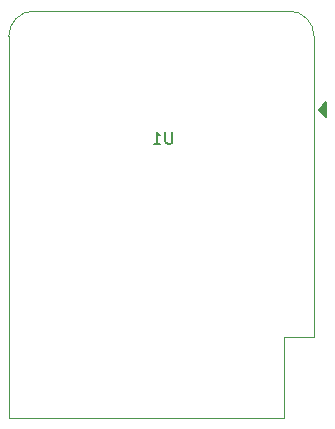
<source format=gbr>
%TF.GenerationSoftware,KiCad,Pcbnew,(6.0.5)*%
%TF.CreationDate,2022-06-30T14:49:24+05:30*%
%TF.ProjectId,D1 mini 4 button remote,4431206d-696e-4692-9034-20627574746f,rev?*%
%TF.SameCoordinates,Original*%
%TF.FileFunction,Legend,Bot*%
%TF.FilePolarity,Positive*%
%FSLAX46Y46*%
G04 Gerber Fmt 4.6, Leading zero omitted, Abs format (unit mm)*
G04 Created by KiCad (PCBNEW (6.0.5)) date 2022-06-30 14:49:24*
%MOMM*%
%LPD*%
G01*
G04 APERTURE LIST*
%ADD10C,0.150000*%
%ADD11C,0.120000*%
G04 APERTURE END LIST*
D10*
%TO.C,U1*%
X106070304Y-38212780D02*
X106070304Y-39022304D01*
X106022685Y-39117542D01*
X105975066Y-39165161D01*
X105879828Y-39212780D01*
X105689352Y-39212780D01*
X105594114Y-39165161D01*
X105546495Y-39117542D01*
X105498876Y-39022304D01*
X105498876Y-38212780D01*
X104498876Y-39212780D02*
X105070304Y-39212780D01*
X104784590Y-39212780D02*
X104784590Y-38212780D01*
X104879828Y-38355638D01*
X104975066Y-38450876D01*
X105070304Y-38498495D01*
D11*
X115546000Y-55542000D02*
X115546000Y-62442000D01*
X118086000Y-55542000D02*
X118086000Y-30112000D01*
X92226000Y-62442000D02*
X92226000Y-30112000D01*
X118086000Y-55542000D02*
X115546000Y-55542000D01*
X94346000Y-27982000D02*
X115956000Y-27982000D01*
X115546000Y-62442000D02*
X92226000Y-62442000D01*
X94356000Y-27982000D02*
G75*
G03*
X92226000Y-30112000I0J-2130000D01*
G01*
X118086000Y-30112000D02*
G75*
G03*
X115956000Y-27982000I-2130002J-2D01*
G01*
G36*
X119126000Y-36957000D02*
G01*
X118491000Y-36322000D01*
X119126000Y-35687000D01*
X119126000Y-36957000D01*
G37*
D10*
X119126000Y-36957000D02*
X118491000Y-36322000D01*
X119126000Y-35687000D01*
X119126000Y-36957000D01*
%TD*%
M02*

</source>
